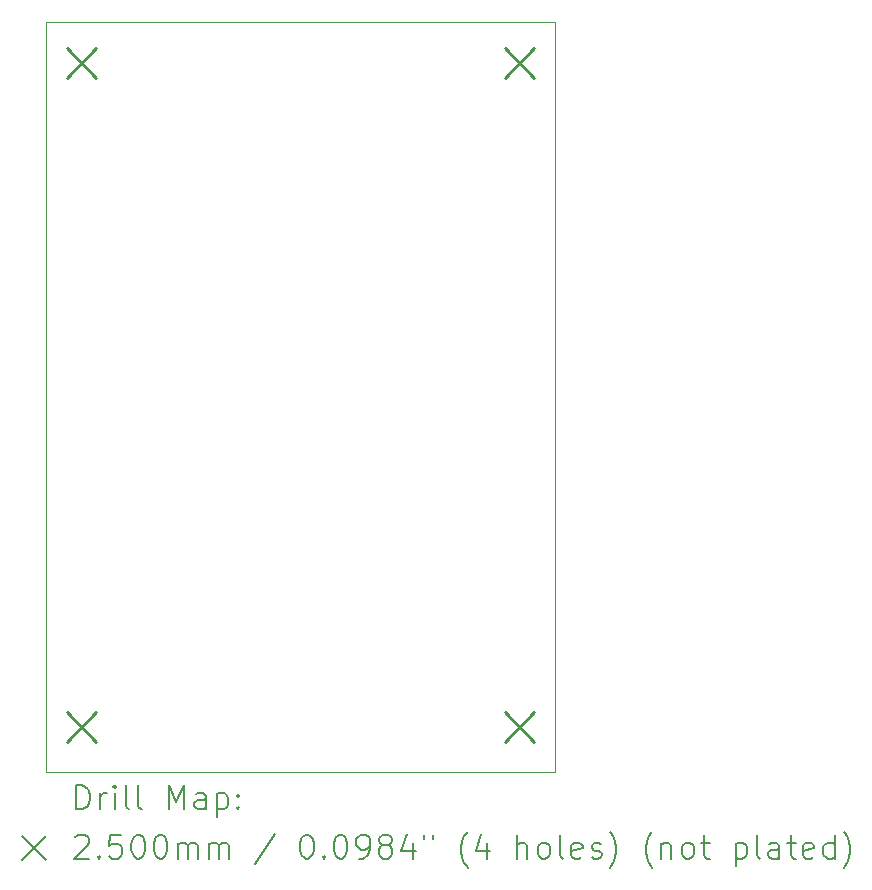
<source format=gbr>
%TF.GenerationSoftware,KiCad,Pcbnew,7.0.7*%
%TF.CreationDate,2023-09-18T17:32:53-06:00*%
%TF.ProjectId,hygienie_pcb,68796769-656e-4696-955f-7063622e6b69,00*%
%TF.SameCoordinates,Original*%
%TF.FileFunction,Drillmap*%
%TF.FilePolarity,Positive*%
%FSLAX45Y45*%
G04 Gerber Fmt 4.5, Leading zero omitted, Abs format (unit mm)*
G04 Created by KiCad (PCBNEW 7.0.7) date 2023-09-18 17:32:53*
%MOMM*%
%LPD*%
G01*
G04 APERTURE LIST*
%ADD10C,0.100000*%
%ADD11C,0.200000*%
%ADD12C,0.250000*%
G04 APERTURE END LIST*
D10*
X9060000Y-7366000D02*
X13370000Y-7366000D01*
X13370000Y-13716000D01*
X9060000Y-13716000D01*
X9060000Y-7366000D01*
D11*
D12*
X9234000Y-7592000D02*
X9484000Y-7842000D01*
X9484000Y-7592000D02*
X9234000Y-7842000D01*
X9234000Y-13212000D02*
X9484000Y-13462000D01*
X9484000Y-13212000D02*
X9234000Y-13462000D01*
X12944000Y-7592000D02*
X13194000Y-7842000D01*
X13194000Y-7592000D02*
X12944000Y-7842000D01*
X12944000Y-13212000D02*
X13194000Y-13462000D01*
X13194000Y-13212000D02*
X12944000Y-13462000D01*
D11*
X9315777Y-14032484D02*
X9315777Y-13832484D01*
X9315777Y-13832484D02*
X9363396Y-13832484D01*
X9363396Y-13832484D02*
X9391967Y-13842008D01*
X9391967Y-13842008D02*
X9411015Y-13861055D01*
X9411015Y-13861055D02*
X9420539Y-13880103D01*
X9420539Y-13880103D02*
X9430063Y-13918198D01*
X9430063Y-13918198D02*
X9430063Y-13946769D01*
X9430063Y-13946769D02*
X9420539Y-13984865D01*
X9420539Y-13984865D02*
X9411015Y-14003912D01*
X9411015Y-14003912D02*
X9391967Y-14022960D01*
X9391967Y-14022960D02*
X9363396Y-14032484D01*
X9363396Y-14032484D02*
X9315777Y-14032484D01*
X9515777Y-14032484D02*
X9515777Y-13899150D01*
X9515777Y-13937246D02*
X9525301Y-13918198D01*
X9525301Y-13918198D02*
X9534824Y-13908674D01*
X9534824Y-13908674D02*
X9553872Y-13899150D01*
X9553872Y-13899150D02*
X9572920Y-13899150D01*
X9639586Y-14032484D02*
X9639586Y-13899150D01*
X9639586Y-13832484D02*
X9630063Y-13842008D01*
X9630063Y-13842008D02*
X9639586Y-13851531D01*
X9639586Y-13851531D02*
X9649110Y-13842008D01*
X9649110Y-13842008D02*
X9639586Y-13832484D01*
X9639586Y-13832484D02*
X9639586Y-13851531D01*
X9763396Y-14032484D02*
X9744348Y-14022960D01*
X9744348Y-14022960D02*
X9734824Y-14003912D01*
X9734824Y-14003912D02*
X9734824Y-13832484D01*
X9868158Y-14032484D02*
X9849110Y-14022960D01*
X9849110Y-14022960D02*
X9839586Y-14003912D01*
X9839586Y-14003912D02*
X9839586Y-13832484D01*
X10096729Y-14032484D02*
X10096729Y-13832484D01*
X10096729Y-13832484D02*
X10163396Y-13975341D01*
X10163396Y-13975341D02*
X10230063Y-13832484D01*
X10230063Y-13832484D02*
X10230063Y-14032484D01*
X10411015Y-14032484D02*
X10411015Y-13927722D01*
X10411015Y-13927722D02*
X10401491Y-13908674D01*
X10401491Y-13908674D02*
X10382444Y-13899150D01*
X10382444Y-13899150D02*
X10344348Y-13899150D01*
X10344348Y-13899150D02*
X10325301Y-13908674D01*
X10411015Y-14022960D02*
X10391967Y-14032484D01*
X10391967Y-14032484D02*
X10344348Y-14032484D01*
X10344348Y-14032484D02*
X10325301Y-14022960D01*
X10325301Y-14022960D02*
X10315777Y-14003912D01*
X10315777Y-14003912D02*
X10315777Y-13984865D01*
X10315777Y-13984865D02*
X10325301Y-13965817D01*
X10325301Y-13965817D02*
X10344348Y-13956293D01*
X10344348Y-13956293D02*
X10391967Y-13956293D01*
X10391967Y-13956293D02*
X10411015Y-13946769D01*
X10506253Y-13899150D02*
X10506253Y-14099150D01*
X10506253Y-13908674D02*
X10525301Y-13899150D01*
X10525301Y-13899150D02*
X10563396Y-13899150D01*
X10563396Y-13899150D02*
X10582444Y-13908674D01*
X10582444Y-13908674D02*
X10591967Y-13918198D01*
X10591967Y-13918198D02*
X10601491Y-13937246D01*
X10601491Y-13937246D02*
X10601491Y-13994388D01*
X10601491Y-13994388D02*
X10591967Y-14013436D01*
X10591967Y-14013436D02*
X10582444Y-14022960D01*
X10582444Y-14022960D02*
X10563396Y-14032484D01*
X10563396Y-14032484D02*
X10525301Y-14032484D01*
X10525301Y-14032484D02*
X10506253Y-14022960D01*
X10687205Y-14013436D02*
X10696729Y-14022960D01*
X10696729Y-14022960D02*
X10687205Y-14032484D01*
X10687205Y-14032484D02*
X10677682Y-14022960D01*
X10677682Y-14022960D02*
X10687205Y-14013436D01*
X10687205Y-14013436D02*
X10687205Y-14032484D01*
X10687205Y-13908674D02*
X10696729Y-13918198D01*
X10696729Y-13918198D02*
X10687205Y-13927722D01*
X10687205Y-13927722D02*
X10677682Y-13918198D01*
X10677682Y-13918198D02*
X10687205Y-13908674D01*
X10687205Y-13908674D02*
X10687205Y-13927722D01*
X8855000Y-14261000D02*
X9055000Y-14461000D01*
X9055000Y-14261000D02*
X8855000Y-14461000D01*
X9306253Y-14271531D02*
X9315777Y-14262008D01*
X9315777Y-14262008D02*
X9334824Y-14252484D01*
X9334824Y-14252484D02*
X9382444Y-14252484D01*
X9382444Y-14252484D02*
X9401491Y-14262008D01*
X9401491Y-14262008D02*
X9411015Y-14271531D01*
X9411015Y-14271531D02*
X9420539Y-14290579D01*
X9420539Y-14290579D02*
X9420539Y-14309627D01*
X9420539Y-14309627D02*
X9411015Y-14338198D01*
X9411015Y-14338198D02*
X9296729Y-14452484D01*
X9296729Y-14452484D02*
X9420539Y-14452484D01*
X9506253Y-14433436D02*
X9515777Y-14442960D01*
X9515777Y-14442960D02*
X9506253Y-14452484D01*
X9506253Y-14452484D02*
X9496729Y-14442960D01*
X9496729Y-14442960D02*
X9506253Y-14433436D01*
X9506253Y-14433436D02*
X9506253Y-14452484D01*
X9696729Y-14252484D02*
X9601491Y-14252484D01*
X9601491Y-14252484D02*
X9591967Y-14347722D01*
X9591967Y-14347722D02*
X9601491Y-14338198D01*
X9601491Y-14338198D02*
X9620539Y-14328674D01*
X9620539Y-14328674D02*
X9668158Y-14328674D01*
X9668158Y-14328674D02*
X9687205Y-14338198D01*
X9687205Y-14338198D02*
X9696729Y-14347722D01*
X9696729Y-14347722D02*
X9706253Y-14366769D01*
X9706253Y-14366769D02*
X9706253Y-14414388D01*
X9706253Y-14414388D02*
X9696729Y-14433436D01*
X9696729Y-14433436D02*
X9687205Y-14442960D01*
X9687205Y-14442960D02*
X9668158Y-14452484D01*
X9668158Y-14452484D02*
X9620539Y-14452484D01*
X9620539Y-14452484D02*
X9601491Y-14442960D01*
X9601491Y-14442960D02*
X9591967Y-14433436D01*
X9830063Y-14252484D02*
X9849110Y-14252484D01*
X9849110Y-14252484D02*
X9868158Y-14262008D01*
X9868158Y-14262008D02*
X9877682Y-14271531D01*
X9877682Y-14271531D02*
X9887205Y-14290579D01*
X9887205Y-14290579D02*
X9896729Y-14328674D01*
X9896729Y-14328674D02*
X9896729Y-14376293D01*
X9896729Y-14376293D02*
X9887205Y-14414388D01*
X9887205Y-14414388D02*
X9877682Y-14433436D01*
X9877682Y-14433436D02*
X9868158Y-14442960D01*
X9868158Y-14442960D02*
X9849110Y-14452484D01*
X9849110Y-14452484D02*
X9830063Y-14452484D01*
X9830063Y-14452484D02*
X9811015Y-14442960D01*
X9811015Y-14442960D02*
X9801491Y-14433436D01*
X9801491Y-14433436D02*
X9791967Y-14414388D01*
X9791967Y-14414388D02*
X9782444Y-14376293D01*
X9782444Y-14376293D02*
X9782444Y-14328674D01*
X9782444Y-14328674D02*
X9791967Y-14290579D01*
X9791967Y-14290579D02*
X9801491Y-14271531D01*
X9801491Y-14271531D02*
X9811015Y-14262008D01*
X9811015Y-14262008D02*
X9830063Y-14252484D01*
X10020539Y-14252484D02*
X10039586Y-14252484D01*
X10039586Y-14252484D02*
X10058634Y-14262008D01*
X10058634Y-14262008D02*
X10068158Y-14271531D01*
X10068158Y-14271531D02*
X10077682Y-14290579D01*
X10077682Y-14290579D02*
X10087205Y-14328674D01*
X10087205Y-14328674D02*
X10087205Y-14376293D01*
X10087205Y-14376293D02*
X10077682Y-14414388D01*
X10077682Y-14414388D02*
X10068158Y-14433436D01*
X10068158Y-14433436D02*
X10058634Y-14442960D01*
X10058634Y-14442960D02*
X10039586Y-14452484D01*
X10039586Y-14452484D02*
X10020539Y-14452484D01*
X10020539Y-14452484D02*
X10001491Y-14442960D01*
X10001491Y-14442960D02*
X9991967Y-14433436D01*
X9991967Y-14433436D02*
X9982444Y-14414388D01*
X9982444Y-14414388D02*
X9972920Y-14376293D01*
X9972920Y-14376293D02*
X9972920Y-14328674D01*
X9972920Y-14328674D02*
X9982444Y-14290579D01*
X9982444Y-14290579D02*
X9991967Y-14271531D01*
X9991967Y-14271531D02*
X10001491Y-14262008D01*
X10001491Y-14262008D02*
X10020539Y-14252484D01*
X10172920Y-14452484D02*
X10172920Y-14319150D01*
X10172920Y-14338198D02*
X10182444Y-14328674D01*
X10182444Y-14328674D02*
X10201491Y-14319150D01*
X10201491Y-14319150D02*
X10230063Y-14319150D01*
X10230063Y-14319150D02*
X10249110Y-14328674D01*
X10249110Y-14328674D02*
X10258634Y-14347722D01*
X10258634Y-14347722D02*
X10258634Y-14452484D01*
X10258634Y-14347722D02*
X10268158Y-14328674D01*
X10268158Y-14328674D02*
X10287205Y-14319150D01*
X10287205Y-14319150D02*
X10315777Y-14319150D01*
X10315777Y-14319150D02*
X10334825Y-14328674D01*
X10334825Y-14328674D02*
X10344348Y-14347722D01*
X10344348Y-14347722D02*
X10344348Y-14452484D01*
X10439586Y-14452484D02*
X10439586Y-14319150D01*
X10439586Y-14338198D02*
X10449110Y-14328674D01*
X10449110Y-14328674D02*
X10468158Y-14319150D01*
X10468158Y-14319150D02*
X10496729Y-14319150D01*
X10496729Y-14319150D02*
X10515777Y-14328674D01*
X10515777Y-14328674D02*
X10525301Y-14347722D01*
X10525301Y-14347722D02*
X10525301Y-14452484D01*
X10525301Y-14347722D02*
X10534825Y-14328674D01*
X10534825Y-14328674D02*
X10553872Y-14319150D01*
X10553872Y-14319150D02*
X10582444Y-14319150D01*
X10582444Y-14319150D02*
X10601491Y-14328674D01*
X10601491Y-14328674D02*
X10611015Y-14347722D01*
X10611015Y-14347722D02*
X10611015Y-14452484D01*
X11001491Y-14242960D02*
X10830063Y-14500103D01*
X11258634Y-14252484D02*
X11277682Y-14252484D01*
X11277682Y-14252484D02*
X11296729Y-14262008D01*
X11296729Y-14262008D02*
X11306253Y-14271531D01*
X11306253Y-14271531D02*
X11315777Y-14290579D01*
X11315777Y-14290579D02*
X11325301Y-14328674D01*
X11325301Y-14328674D02*
X11325301Y-14376293D01*
X11325301Y-14376293D02*
X11315777Y-14414388D01*
X11315777Y-14414388D02*
X11306253Y-14433436D01*
X11306253Y-14433436D02*
X11296729Y-14442960D01*
X11296729Y-14442960D02*
X11277682Y-14452484D01*
X11277682Y-14452484D02*
X11258634Y-14452484D01*
X11258634Y-14452484D02*
X11239586Y-14442960D01*
X11239586Y-14442960D02*
X11230063Y-14433436D01*
X11230063Y-14433436D02*
X11220539Y-14414388D01*
X11220539Y-14414388D02*
X11211015Y-14376293D01*
X11211015Y-14376293D02*
X11211015Y-14328674D01*
X11211015Y-14328674D02*
X11220539Y-14290579D01*
X11220539Y-14290579D02*
X11230063Y-14271531D01*
X11230063Y-14271531D02*
X11239586Y-14262008D01*
X11239586Y-14262008D02*
X11258634Y-14252484D01*
X11411015Y-14433436D02*
X11420539Y-14442960D01*
X11420539Y-14442960D02*
X11411015Y-14452484D01*
X11411015Y-14452484D02*
X11401491Y-14442960D01*
X11401491Y-14442960D02*
X11411015Y-14433436D01*
X11411015Y-14433436D02*
X11411015Y-14452484D01*
X11544348Y-14252484D02*
X11563396Y-14252484D01*
X11563396Y-14252484D02*
X11582444Y-14262008D01*
X11582444Y-14262008D02*
X11591967Y-14271531D01*
X11591967Y-14271531D02*
X11601491Y-14290579D01*
X11601491Y-14290579D02*
X11611015Y-14328674D01*
X11611015Y-14328674D02*
X11611015Y-14376293D01*
X11611015Y-14376293D02*
X11601491Y-14414388D01*
X11601491Y-14414388D02*
X11591967Y-14433436D01*
X11591967Y-14433436D02*
X11582444Y-14442960D01*
X11582444Y-14442960D02*
X11563396Y-14452484D01*
X11563396Y-14452484D02*
X11544348Y-14452484D01*
X11544348Y-14452484D02*
X11525301Y-14442960D01*
X11525301Y-14442960D02*
X11515777Y-14433436D01*
X11515777Y-14433436D02*
X11506253Y-14414388D01*
X11506253Y-14414388D02*
X11496729Y-14376293D01*
X11496729Y-14376293D02*
X11496729Y-14328674D01*
X11496729Y-14328674D02*
X11506253Y-14290579D01*
X11506253Y-14290579D02*
X11515777Y-14271531D01*
X11515777Y-14271531D02*
X11525301Y-14262008D01*
X11525301Y-14262008D02*
X11544348Y-14252484D01*
X11706253Y-14452484D02*
X11744348Y-14452484D01*
X11744348Y-14452484D02*
X11763396Y-14442960D01*
X11763396Y-14442960D02*
X11772920Y-14433436D01*
X11772920Y-14433436D02*
X11791967Y-14404865D01*
X11791967Y-14404865D02*
X11801491Y-14366769D01*
X11801491Y-14366769D02*
X11801491Y-14290579D01*
X11801491Y-14290579D02*
X11791967Y-14271531D01*
X11791967Y-14271531D02*
X11782444Y-14262008D01*
X11782444Y-14262008D02*
X11763396Y-14252484D01*
X11763396Y-14252484D02*
X11725301Y-14252484D01*
X11725301Y-14252484D02*
X11706253Y-14262008D01*
X11706253Y-14262008D02*
X11696729Y-14271531D01*
X11696729Y-14271531D02*
X11687206Y-14290579D01*
X11687206Y-14290579D02*
X11687206Y-14338198D01*
X11687206Y-14338198D02*
X11696729Y-14357246D01*
X11696729Y-14357246D02*
X11706253Y-14366769D01*
X11706253Y-14366769D02*
X11725301Y-14376293D01*
X11725301Y-14376293D02*
X11763396Y-14376293D01*
X11763396Y-14376293D02*
X11782444Y-14366769D01*
X11782444Y-14366769D02*
X11791967Y-14357246D01*
X11791967Y-14357246D02*
X11801491Y-14338198D01*
X11915777Y-14338198D02*
X11896729Y-14328674D01*
X11896729Y-14328674D02*
X11887206Y-14319150D01*
X11887206Y-14319150D02*
X11877682Y-14300103D01*
X11877682Y-14300103D02*
X11877682Y-14290579D01*
X11877682Y-14290579D02*
X11887206Y-14271531D01*
X11887206Y-14271531D02*
X11896729Y-14262008D01*
X11896729Y-14262008D02*
X11915777Y-14252484D01*
X11915777Y-14252484D02*
X11953872Y-14252484D01*
X11953872Y-14252484D02*
X11972920Y-14262008D01*
X11972920Y-14262008D02*
X11982444Y-14271531D01*
X11982444Y-14271531D02*
X11991967Y-14290579D01*
X11991967Y-14290579D02*
X11991967Y-14300103D01*
X11991967Y-14300103D02*
X11982444Y-14319150D01*
X11982444Y-14319150D02*
X11972920Y-14328674D01*
X11972920Y-14328674D02*
X11953872Y-14338198D01*
X11953872Y-14338198D02*
X11915777Y-14338198D01*
X11915777Y-14338198D02*
X11896729Y-14347722D01*
X11896729Y-14347722D02*
X11887206Y-14357246D01*
X11887206Y-14357246D02*
X11877682Y-14376293D01*
X11877682Y-14376293D02*
X11877682Y-14414388D01*
X11877682Y-14414388D02*
X11887206Y-14433436D01*
X11887206Y-14433436D02*
X11896729Y-14442960D01*
X11896729Y-14442960D02*
X11915777Y-14452484D01*
X11915777Y-14452484D02*
X11953872Y-14452484D01*
X11953872Y-14452484D02*
X11972920Y-14442960D01*
X11972920Y-14442960D02*
X11982444Y-14433436D01*
X11982444Y-14433436D02*
X11991967Y-14414388D01*
X11991967Y-14414388D02*
X11991967Y-14376293D01*
X11991967Y-14376293D02*
X11982444Y-14357246D01*
X11982444Y-14357246D02*
X11972920Y-14347722D01*
X11972920Y-14347722D02*
X11953872Y-14338198D01*
X12163396Y-14319150D02*
X12163396Y-14452484D01*
X12115777Y-14242960D02*
X12068158Y-14385817D01*
X12068158Y-14385817D02*
X12191967Y-14385817D01*
X12258634Y-14252484D02*
X12258634Y-14290579D01*
X12334825Y-14252484D02*
X12334825Y-14290579D01*
X12630063Y-14528674D02*
X12620539Y-14519150D01*
X12620539Y-14519150D02*
X12601491Y-14490579D01*
X12601491Y-14490579D02*
X12591968Y-14471531D01*
X12591968Y-14471531D02*
X12582444Y-14442960D01*
X12582444Y-14442960D02*
X12572920Y-14395341D01*
X12572920Y-14395341D02*
X12572920Y-14357246D01*
X12572920Y-14357246D02*
X12582444Y-14309627D01*
X12582444Y-14309627D02*
X12591968Y-14281055D01*
X12591968Y-14281055D02*
X12601491Y-14262008D01*
X12601491Y-14262008D02*
X12620539Y-14233436D01*
X12620539Y-14233436D02*
X12630063Y-14223912D01*
X12791968Y-14319150D02*
X12791968Y-14452484D01*
X12744348Y-14242960D02*
X12696729Y-14385817D01*
X12696729Y-14385817D02*
X12820539Y-14385817D01*
X13049110Y-14452484D02*
X13049110Y-14252484D01*
X13134825Y-14452484D02*
X13134825Y-14347722D01*
X13134825Y-14347722D02*
X13125301Y-14328674D01*
X13125301Y-14328674D02*
X13106253Y-14319150D01*
X13106253Y-14319150D02*
X13077682Y-14319150D01*
X13077682Y-14319150D02*
X13058634Y-14328674D01*
X13058634Y-14328674D02*
X13049110Y-14338198D01*
X13258634Y-14452484D02*
X13239587Y-14442960D01*
X13239587Y-14442960D02*
X13230063Y-14433436D01*
X13230063Y-14433436D02*
X13220539Y-14414388D01*
X13220539Y-14414388D02*
X13220539Y-14357246D01*
X13220539Y-14357246D02*
X13230063Y-14338198D01*
X13230063Y-14338198D02*
X13239587Y-14328674D01*
X13239587Y-14328674D02*
X13258634Y-14319150D01*
X13258634Y-14319150D02*
X13287206Y-14319150D01*
X13287206Y-14319150D02*
X13306253Y-14328674D01*
X13306253Y-14328674D02*
X13315777Y-14338198D01*
X13315777Y-14338198D02*
X13325301Y-14357246D01*
X13325301Y-14357246D02*
X13325301Y-14414388D01*
X13325301Y-14414388D02*
X13315777Y-14433436D01*
X13315777Y-14433436D02*
X13306253Y-14442960D01*
X13306253Y-14442960D02*
X13287206Y-14452484D01*
X13287206Y-14452484D02*
X13258634Y-14452484D01*
X13439587Y-14452484D02*
X13420539Y-14442960D01*
X13420539Y-14442960D02*
X13411015Y-14423912D01*
X13411015Y-14423912D02*
X13411015Y-14252484D01*
X13591968Y-14442960D02*
X13572920Y-14452484D01*
X13572920Y-14452484D02*
X13534825Y-14452484D01*
X13534825Y-14452484D02*
X13515777Y-14442960D01*
X13515777Y-14442960D02*
X13506253Y-14423912D01*
X13506253Y-14423912D02*
X13506253Y-14347722D01*
X13506253Y-14347722D02*
X13515777Y-14328674D01*
X13515777Y-14328674D02*
X13534825Y-14319150D01*
X13534825Y-14319150D02*
X13572920Y-14319150D01*
X13572920Y-14319150D02*
X13591968Y-14328674D01*
X13591968Y-14328674D02*
X13601491Y-14347722D01*
X13601491Y-14347722D02*
X13601491Y-14366769D01*
X13601491Y-14366769D02*
X13506253Y-14385817D01*
X13677682Y-14442960D02*
X13696730Y-14452484D01*
X13696730Y-14452484D02*
X13734825Y-14452484D01*
X13734825Y-14452484D02*
X13753872Y-14442960D01*
X13753872Y-14442960D02*
X13763396Y-14423912D01*
X13763396Y-14423912D02*
X13763396Y-14414388D01*
X13763396Y-14414388D02*
X13753872Y-14395341D01*
X13753872Y-14395341D02*
X13734825Y-14385817D01*
X13734825Y-14385817D02*
X13706253Y-14385817D01*
X13706253Y-14385817D02*
X13687206Y-14376293D01*
X13687206Y-14376293D02*
X13677682Y-14357246D01*
X13677682Y-14357246D02*
X13677682Y-14347722D01*
X13677682Y-14347722D02*
X13687206Y-14328674D01*
X13687206Y-14328674D02*
X13706253Y-14319150D01*
X13706253Y-14319150D02*
X13734825Y-14319150D01*
X13734825Y-14319150D02*
X13753872Y-14328674D01*
X13830063Y-14528674D02*
X13839587Y-14519150D01*
X13839587Y-14519150D02*
X13858634Y-14490579D01*
X13858634Y-14490579D02*
X13868158Y-14471531D01*
X13868158Y-14471531D02*
X13877682Y-14442960D01*
X13877682Y-14442960D02*
X13887206Y-14395341D01*
X13887206Y-14395341D02*
X13887206Y-14357246D01*
X13887206Y-14357246D02*
X13877682Y-14309627D01*
X13877682Y-14309627D02*
X13868158Y-14281055D01*
X13868158Y-14281055D02*
X13858634Y-14262008D01*
X13858634Y-14262008D02*
X13839587Y-14233436D01*
X13839587Y-14233436D02*
X13830063Y-14223912D01*
X14191968Y-14528674D02*
X14182444Y-14519150D01*
X14182444Y-14519150D02*
X14163396Y-14490579D01*
X14163396Y-14490579D02*
X14153872Y-14471531D01*
X14153872Y-14471531D02*
X14144349Y-14442960D01*
X14144349Y-14442960D02*
X14134825Y-14395341D01*
X14134825Y-14395341D02*
X14134825Y-14357246D01*
X14134825Y-14357246D02*
X14144349Y-14309627D01*
X14144349Y-14309627D02*
X14153872Y-14281055D01*
X14153872Y-14281055D02*
X14163396Y-14262008D01*
X14163396Y-14262008D02*
X14182444Y-14233436D01*
X14182444Y-14233436D02*
X14191968Y-14223912D01*
X14268158Y-14319150D02*
X14268158Y-14452484D01*
X14268158Y-14338198D02*
X14277682Y-14328674D01*
X14277682Y-14328674D02*
X14296730Y-14319150D01*
X14296730Y-14319150D02*
X14325301Y-14319150D01*
X14325301Y-14319150D02*
X14344349Y-14328674D01*
X14344349Y-14328674D02*
X14353872Y-14347722D01*
X14353872Y-14347722D02*
X14353872Y-14452484D01*
X14477682Y-14452484D02*
X14458634Y-14442960D01*
X14458634Y-14442960D02*
X14449111Y-14433436D01*
X14449111Y-14433436D02*
X14439587Y-14414388D01*
X14439587Y-14414388D02*
X14439587Y-14357246D01*
X14439587Y-14357246D02*
X14449111Y-14338198D01*
X14449111Y-14338198D02*
X14458634Y-14328674D01*
X14458634Y-14328674D02*
X14477682Y-14319150D01*
X14477682Y-14319150D02*
X14506253Y-14319150D01*
X14506253Y-14319150D02*
X14525301Y-14328674D01*
X14525301Y-14328674D02*
X14534825Y-14338198D01*
X14534825Y-14338198D02*
X14544349Y-14357246D01*
X14544349Y-14357246D02*
X14544349Y-14414388D01*
X14544349Y-14414388D02*
X14534825Y-14433436D01*
X14534825Y-14433436D02*
X14525301Y-14442960D01*
X14525301Y-14442960D02*
X14506253Y-14452484D01*
X14506253Y-14452484D02*
X14477682Y-14452484D01*
X14601492Y-14319150D02*
X14677682Y-14319150D01*
X14630063Y-14252484D02*
X14630063Y-14423912D01*
X14630063Y-14423912D02*
X14639587Y-14442960D01*
X14639587Y-14442960D02*
X14658634Y-14452484D01*
X14658634Y-14452484D02*
X14677682Y-14452484D01*
X14896730Y-14319150D02*
X14896730Y-14519150D01*
X14896730Y-14328674D02*
X14915777Y-14319150D01*
X14915777Y-14319150D02*
X14953873Y-14319150D01*
X14953873Y-14319150D02*
X14972920Y-14328674D01*
X14972920Y-14328674D02*
X14982444Y-14338198D01*
X14982444Y-14338198D02*
X14991968Y-14357246D01*
X14991968Y-14357246D02*
X14991968Y-14414388D01*
X14991968Y-14414388D02*
X14982444Y-14433436D01*
X14982444Y-14433436D02*
X14972920Y-14442960D01*
X14972920Y-14442960D02*
X14953873Y-14452484D01*
X14953873Y-14452484D02*
X14915777Y-14452484D01*
X14915777Y-14452484D02*
X14896730Y-14442960D01*
X15106253Y-14452484D02*
X15087206Y-14442960D01*
X15087206Y-14442960D02*
X15077682Y-14423912D01*
X15077682Y-14423912D02*
X15077682Y-14252484D01*
X15268158Y-14452484D02*
X15268158Y-14347722D01*
X15268158Y-14347722D02*
X15258634Y-14328674D01*
X15258634Y-14328674D02*
X15239587Y-14319150D01*
X15239587Y-14319150D02*
X15201492Y-14319150D01*
X15201492Y-14319150D02*
X15182444Y-14328674D01*
X15268158Y-14442960D02*
X15249111Y-14452484D01*
X15249111Y-14452484D02*
X15201492Y-14452484D01*
X15201492Y-14452484D02*
X15182444Y-14442960D01*
X15182444Y-14442960D02*
X15172920Y-14423912D01*
X15172920Y-14423912D02*
X15172920Y-14404865D01*
X15172920Y-14404865D02*
X15182444Y-14385817D01*
X15182444Y-14385817D02*
X15201492Y-14376293D01*
X15201492Y-14376293D02*
X15249111Y-14376293D01*
X15249111Y-14376293D02*
X15268158Y-14366769D01*
X15334825Y-14319150D02*
X15411015Y-14319150D01*
X15363396Y-14252484D02*
X15363396Y-14423912D01*
X15363396Y-14423912D02*
X15372920Y-14442960D01*
X15372920Y-14442960D02*
X15391968Y-14452484D01*
X15391968Y-14452484D02*
X15411015Y-14452484D01*
X15553873Y-14442960D02*
X15534825Y-14452484D01*
X15534825Y-14452484D02*
X15496730Y-14452484D01*
X15496730Y-14452484D02*
X15477682Y-14442960D01*
X15477682Y-14442960D02*
X15468158Y-14423912D01*
X15468158Y-14423912D02*
X15468158Y-14347722D01*
X15468158Y-14347722D02*
X15477682Y-14328674D01*
X15477682Y-14328674D02*
X15496730Y-14319150D01*
X15496730Y-14319150D02*
X15534825Y-14319150D01*
X15534825Y-14319150D02*
X15553873Y-14328674D01*
X15553873Y-14328674D02*
X15563396Y-14347722D01*
X15563396Y-14347722D02*
X15563396Y-14366769D01*
X15563396Y-14366769D02*
X15468158Y-14385817D01*
X15734825Y-14452484D02*
X15734825Y-14252484D01*
X15734825Y-14442960D02*
X15715777Y-14452484D01*
X15715777Y-14452484D02*
X15677682Y-14452484D01*
X15677682Y-14452484D02*
X15658634Y-14442960D01*
X15658634Y-14442960D02*
X15649111Y-14433436D01*
X15649111Y-14433436D02*
X15639587Y-14414388D01*
X15639587Y-14414388D02*
X15639587Y-14357246D01*
X15639587Y-14357246D02*
X15649111Y-14338198D01*
X15649111Y-14338198D02*
X15658634Y-14328674D01*
X15658634Y-14328674D02*
X15677682Y-14319150D01*
X15677682Y-14319150D02*
X15715777Y-14319150D01*
X15715777Y-14319150D02*
X15734825Y-14328674D01*
X15811015Y-14528674D02*
X15820539Y-14519150D01*
X15820539Y-14519150D02*
X15839587Y-14490579D01*
X15839587Y-14490579D02*
X15849111Y-14471531D01*
X15849111Y-14471531D02*
X15858634Y-14442960D01*
X15858634Y-14442960D02*
X15868158Y-14395341D01*
X15868158Y-14395341D02*
X15868158Y-14357246D01*
X15868158Y-14357246D02*
X15858634Y-14309627D01*
X15858634Y-14309627D02*
X15849111Y-14281055D01*
X15849111Y-14281055D02*
X15839587Y-14262008D01*
X15839587Y-14262008D02*
X15820539Y-14233436D01*
X15820539Y-14233436D02*
X15811015Y-14223912D01*
M02*

</source>
